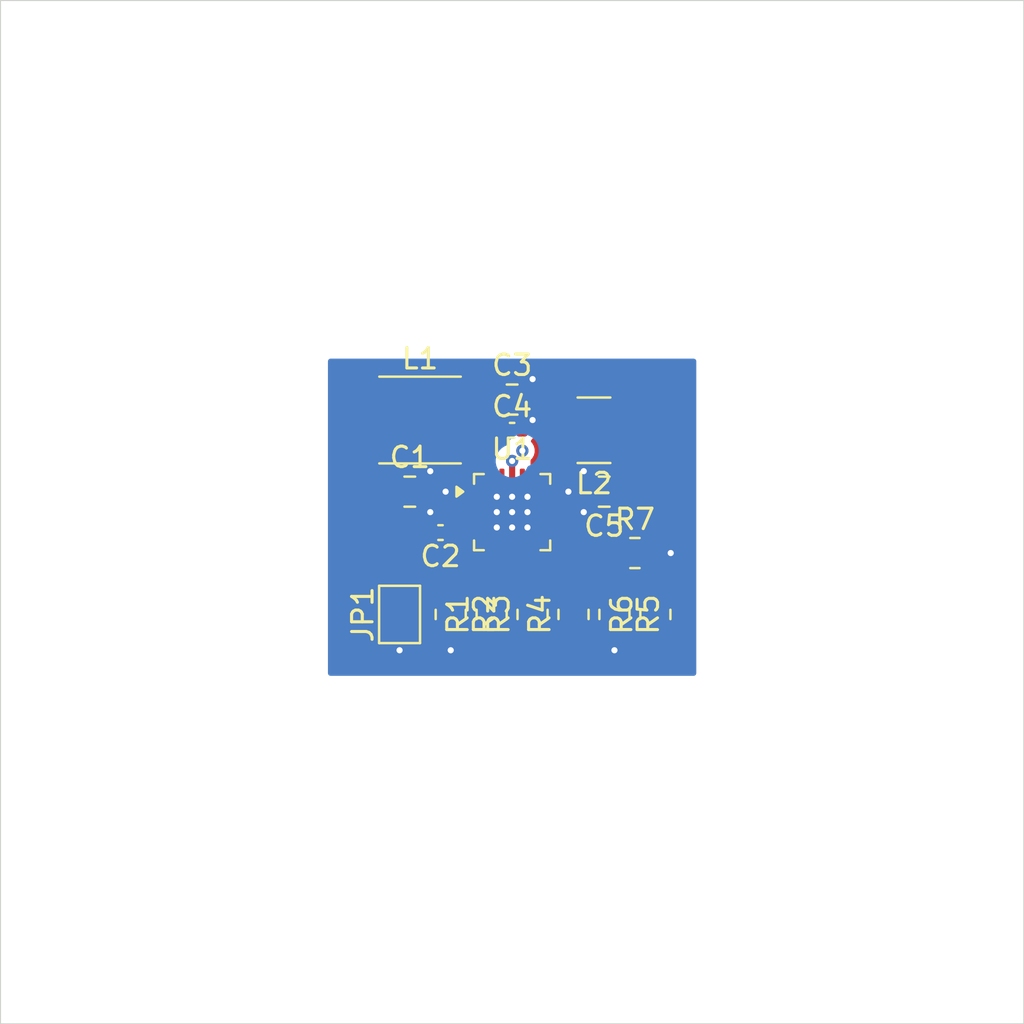
<source format=kicad_pcb>
(kicad_pcb (version 20241229) (generator "pcbnew") (generator_version "9.0")
  (layers (0 "F.Cu" signal) (2 "B.Cu" signal) (13 "F.Paste" user) (15 "B.Paste" user) (5 "F.SilkS" user "F.Silkscreen") (7 "B.SilkS" user "B.Silkscreen") (1 "F.Mask" user) (3 "B.Mask" user) (25 "Edge.Cuts" user))
  (net 0 "")
  (net 1 "GND")
  (net 2 "/SOLAR_IN")
  (net 3 "Net-(U1-VREF_SAMP)")
  (net 4 "/VSTOR")
  (net 5 "Net-(JP1-B)")
  (net 6 "Net-(U1-LBOOST)")
  (net 7 "Net-(U1-LBUCK)")
  (net 8 "/VBAT_OV")
  (net 9 "/VRDIV")
  (net 10 "/OK_HYST")
  (net 11 "/OK_PROG")
  (net 12 "/VOUT_SET")
  (net 13 "/VBAT")
  (net 16 "/VOUT")
  (footprint "Resistor_SMD:R_0805_2012Metric" (layer "F.Cu") (at 128 80 90)
    (property "Reference" "R4" (at 0 -1.65 90) (layer "F.SilkS"))
    (property "Value" "6.98M")
    (fp_line (start -0.227064 -0.735) (end 0.227064 -0.735) (stroke (width 0.12)) (layer "F.SilkS"))
    (fp_line (start -0.227064 0.735) (end 0.227064 0.735) (stroke (width 0.12)) (layer "F.SilkS"))
    (pad "1" smd roundrect (at -0.9125 0 90) (size 1.025 1.4) (layers "F.Cu" "F.Mask" "F.Paste") (roundrect_rratio 0.243902) (net 10 "/OK_HYST"))
    (pad "2" smd roundrect (at 0.9125 0 90) (size 1.025 1.4) (layers "F.Cu" "F.Mask" "F.Paste") (roundrect_rratio 0.243902) (net 11 "/OK_PROG"))
  )
  (footprint "Capacitor_SMD:C_0402_1005Metric" (layer "F.Cu") (at 121.5 76 180)
    (property "Reference" "C2" (at 0 -1.16 0) (layer "F.SilkS"))
    (property "Value" "10n")
    (fp_line (start -0.107836 0.36) (end 0.107836 0.36) (stroke (width 0.12)) (layer "F.SilkS"))
    (fp_line (start -0.107836 -0.36) (end 0.107836 -0.36) (stroke (width 0.12)) (layer "F.SilkS"))
    (pad "1" smd roundrect (at -0.48 0 180) (size 0.56 0.62) (layers "F.Cu" "F.Mask" "F.Paste") (net 3 "Net-(U1-VREF_SAMP)"))
    (pad "2" smd roundrect (at 0.48 0 180) (size 0.56 0.62) (layers "F.Cu" "F.Mask" "F.Paste") (net 1 "GND"))
  )
  (footprint "Resistor_SMD:R_0805_2012Metric" (layer "F.Cu") (at 126 80 90)
    (property "Reference" "R3" (at 0 -1.65 90) (layer "F.SilkS"))
    (property "Value" "1.2M")
    (fp_line (start -0.227064 -0.735) (end 0.227064 -0.735) (stroke (width 0.12)) (layer "F.SilkS"))
    (fp_line (start -0.227064 0.735) (end 0.227064 0.735) (stroke (width 0.12)) (layer "F.SilkS"))
    (pad "1" smd roundrect (at -0.9125 0 90) (size 1.025 1.4) (layers "F.Cu" "F.Mask" "F.Paste") (roundrect_rratio 0.243902) (net 9 "/VRDIV"))
    (pad "2" smd roundrect (at 0.9125 0 90) (size 1.025 1.4) (layers "F.Cu" "F.Mask" "F.Paste") (roundrect_rratio 0.243902) (net 10 "/OK_HYST"))
  )
  (footprint "Package_DFN_QFN:QFN-20-1EP_3.5x3.5mm_P0.5mm_EP2x2mm" (layer "F.Cu") (at 125 75)
    (property "Reference" "U1" (at 0 -3.08 0) (layer "F.SilkS"))
    (property "Value" "BQ25570")
    (fp_line (start -1.86 -1.86) (end -1.385 -1.86) (stroke (width 0.12)) (layer "F.SilkS"))
    (fp_line (start -1.86 -1.385) (end -1.86 -1.86) (stroke (width 0.12)) (layer "F.SilkS"))
    (fp_line (start -1.86 1.86) (end -1.86 1.385) (stroke (width 0.12)) (layer "F.SilkS"))
    (fp_line (start -1.385 1.86) (end -1.86 1.86) (stroke (width 0.12)) (layer "F.SilkS"))
    (fp_line (start 1.385 -1.86) (end 1.86 -1.86) (stroke (width 0.12)) (layer "F.SilkS"))
    (fp_line (start 1.86 -1.86) (end 1.86 -1.385) (stroke (width 0.12)) (layer "F.SilkS"))
    (fp_line (start 1.86 1.385) (end 1.86 1.86) (stroke (width 0.12)) (layer "F.SilkS"))
    (fp_line (start 1.86 1.86) (end 1.385 1.86) (stroke (width 0.12)) (layer "F.SilkS"))
    (fp_poly (pts (xy -2.39 -1) (xy -2.72 -0.76) (xy -2.72 -1.24)) (stroke (width 0.12)) (fill yes) (layer "F.SilkS"))
    (pad "1" smd roundrect (at -1.6875 -1) (size 0.875 0.25) (layers "F.Cu" "F.Mask" "F.Paste") (net 1 "GND"))
    (pad "2" smd roundrect (at -1.6875 -0.5) (size 0.875 0.25) (layers "F.Cu" "F.Mask" "F.Paste") (net 2 "/SOLAR_IN"))
    (pad "3" smd roundrect (at -1.6875 0) (size 0.875 0.25) (layers "F.Cu" "F.Mask" "F.Paste") (net 4 "/VSTOR"))
    (pad "4" smd roundrect (at -1.6875 0.5) (size 0.875 0.25) (layers "F.Cu" "F.Mask" "F.Paste") (net 3 "Net-(U1-VREF_SAMP)"))
    (pad "5" smd roundrect (at -1.6875 1) (size 0.875 0.25) (layers "F.Cu" "F.Mask" "F.Paste") (net 5 "Net-(JP1-B)"))
    (pad "6" smd roundrect (at -1 1.6875) (size 0.25 0.875) (layers "F.Cu" "F.Mask" "F.Paste"))
    (pad "7" smd roundrect (at -0.5 1.6875) (size 0.25 0.875) (layers "F.Cu" "F.Mask" "F.Paste") (net 8 "/VBAT_OV"))
    (pad "8" smd roundrect (at 0 1.6875) (size 0.25 0.875) (layers "F.Cu" "F.Mask" "F.Paste") (net 9 "/VRDIV"))
    (pad "9" smd roundrect (at 0.5 1.6875) (size 0.25 0.875) (layers "F.Cu" "F.Mask" "F.Paste") (net 1 "GND"))
    (pad "10" smd roundrect (at 1 1.6875) (size 0.25 0.875) (layers "F.Cu" "F.Mask" "F.Paste") (net 10 "/OK_HYST"))
    (pad "11" smd roundrect (at 1.6875 1) (size 0.875 0.25) (layers "F.Cu" "F.Mask" "F.Paste") (net 11 "/OK_PROG"))
    (pad "12" smd roundrect (at 1.6875 0.5) (size 0.875 0.25) (layers "F.Cu" "F.Mask" "F.Paste") (net 12 "/VOUT_SET"))
    (pad "13" smd roundrect (at 1.6875 0) (size 0.875 0.25) (layers "F.Cu" "F.Mask" "F.Paste"))
    (pad "14" smd roundrect (at 1.6875 -0.5) (size 0.875 0.25) (layers "F.Cu" "F.Mask" "F.Paste") (net 16 "/VOUT"))
    (pad "15" smd roundrect (at 1.6875 -1) (size 0.875 0.25) (layers "F.Cu" "F.Mask" "F.Paste") (net 1 "GND"))
    (pad "16" smd roundrect (at 1 -1.6875) (size 0.25 0.875) (layers "F.Cu" "F.Mask" "F.Paste") (net 7 "Net-(U1-LBUCK)"))
    (pad "17" smd roundrect (at 0.5 -1.6875) (size 0.25 0.875) (layers "F.Cu" "F.Mask" "F.Paste") (net 1 "GND"))
    (pad "18" smd roundrect (at 0 -1.6875) (size 0.25 0.875) (layers "F.Cu" "F.Mask" "F.Paste") (net 13 "/VBAT"))
    (pad "19" smd roundrect (at -0.5 -1.6875) (size 0.25 0.875) (layers "F.Cu" "F.Mask" "F.Paste") (net 4 "/VSTOR"))
    (pad "20" smd roundrect (at -1 -1.6875) (size 0.25 0.875) (layers "F.Cu" "F.Mask" "F.Paste") (net 6 "Net-(U1-LBOOST)"))
    (pad "21" smd rect (at 0 0) (size 2 2) (property pad_prop_heatsink) (layers "F.Cu" "F.Mask") (net 1 "GND"))
  )
  (footprint "Resistor_SMD:R_0805_2012Metric" (layer "F.Cu") (at 130 80 -90)
    (property "Reference" "R5" (at 0 -1.65 90) (layer "F.SilkS"))
    (property "Value" "4.75M")
    (fp_line (start -0.227064 0.735) (end 0.227064 0.735) (stroke (width 0.12)) (layer "F.SilkS"))
    (fp_line (start -0.227064 -0.735) (end 0.227064 -0.735) (stroke (width 0.12)) (layer "F.SilkS"))
    (pad "1" smd roundrect (at -0.9125 0 270) (size 1.025 1.4) (layers "F.Cu" "F.Mask" "F.Paste") (roundrect_rratio 0.243902) (net 11 "/OK_PROG"))
    (pad "2" smd roundrect (at 0.9125 0 270) (size 1.025 1.4) (layers "F.Cu" "F.Mask" "F.Paste") (roundrect_rratio 0.243902) (net 1 "GND"))
  )
  (footprint "Resistor_SMD:R_0805_2012Metric" (layer "F.Cu") (at 122 80 -90)
    (property "Reference" "R2" (at 0 -1.65 90) (layer "F.SilkS"))
    (property "Value" "5.76M")
    (fp_line (start -0.227064 0.735) (end 0.227064 0.735) (stroke (width 0.12)) (layer "F.SilkS"))
    (fp_line (start -0.227064 -0.735) (end 0.227064 -0.735) (stroke (width 0.12)) (layer "F.SilkS"))
    (pad "1" smd roundrect (at -0.9125 0 270) (size 1.025 1.4) (layers "F.Cu" "F.Mask" "F.Paste") (roundrect_rratio 0.243902) (net 8 "/VBAT_OV"))
    (pad "2" smd roundrect (at 0.9125 0 270) (size 1.025 1.4) (layers "F.Cu" "F.Mask" "F.Paste") (roundrect_rratio 0.243902) (net 1 "GND"))
  )
  (footprint "Inductor_SMD:L_Abracon_ASPI-3012S" (layer "F.Cu") (at 129 71)
    (property "Reference" "L2" (at 0 2.6 0) (layer "F.SilkS"))
    (property "Value" "10u")
    (fp_line (start -0.8 -1.6) (end 0.8 -1.6) (stroke (width 0.12)) (layer "F.SilkS"))
    (fp_line (start -0.8 1.6) (end 0.8 1.6) (stroke (width 0.12)) (layer "F.SilkS"))
    (pad "1" smd rect (at -1.15 0) (size 1 2.75) (layers "F.Cu" "F.Mask" "F.Paste") (net 7 "Net-(U1-LBUCK)"))
    (pad "2" smd rect (at 1.15 0) (size 1 2.75) (layers "F.Cu" "F.Mask" "F.Paste") (net 16 "/VOUT"))
  )
  (footprint "Inductor_SMD:L_Abracon_ASPI-4030S" (layer "F.Cu") (at 120.5 70.5)
    (property "Reference" "L1" (at 0 -3 0) (layer "F.SilkS"))
    (property "Value" "22u")
    (fp_line (start -1.99 -2.12) (end 1.99 -2.12) (stroke (width 0.12)) (layer "F.SilkS"))
    (fp_line (start -1.99 2.12) (end 1.99 2.12) (stroke (width 0.12)) (layer "F.SilkS"))
    (pad "1" smd roundrect (at -1.5 0) (size 1.1 3.4) (layers "F.Cu" "F.Mask" "F.Paste") (roundrect_rratio 0.1) (net 2 "/SOLAR_IN"))
    (pad "2" smd roundrect (at 1.5 0) (size 1.1 3.4) (layers "F.Cu" "F.Mask" "F.Paste") (roundrect_rratio 0.1) (net 6 "Net-(U1-LBOOST)"))
  )
  (footprint "Jumper:SolderJumper-2_P1.3mm_Open_TrianglePad1.0x1.5mm" (layer "F.Cu") (at 119.5 80 90)
    (property "Reference" "JP1" (at 0 -1.8 90) (layer "F.SilkS"))
    (property "Value" "Jumper_2_Small_Bridged")
    (fp_line (start 1.4 -1) (end 1.4 1) (stroke (width 0.12)) (layer "F.SilkS"))
    (fp_line (start -1.4 -1) (end 1.4 -1) (stroke (width 0.12)) (layer "F.SilkS"))
    (fp_line (start 1.4 1) (end -1.4 1) (stroke (width 0.12)) (layer "F.SilkS"))
    (fp_line (start -1.4 1) (end -1.4 -1) (stroke (width 0.12)) (layer "F.SilkS"))
    (pad "1" smd custom (at -0.725 0 90) (size 0.3 0.3) (layers "F.Cu" "F.Mask") (net 1 "GND") (options (clearance outline) (anchor rect)) (primitives (gr_poly (pts (xy 1 0) (xy 0.5 0.75) (xy -0.5 0.75) (xy -0.5 -0.75) (xy 0.5 -0.75)) (width 0) (fill yes))))
    (pad "2" smd custom (at 0.725 0 90) (size 0.3 0.3) (layers "F.Cu" "F.Mask") (net 5 "Net-(JP1-B)") (options (clearance outline) (anchor rect)) (primitives (gr_poly (pts (xy 0.5 0.75) (xy -0.65 0.75) (xy -0.15 0) (xy -0.65 -0.75) (xy 0.5 -0.75)) (width 0) (fill yes))))
  )
  (footprint "Resistor_SMD:R_0805_2012Metric" (layer "F.Cu") (at 131 77)
    (property "Reference" "R7" (at 0 -1.65 0) (layer "F.SilkS"))
    (property "Value" "4.22M")
    (fp_line (start -0.227064 -0.735) (end 0.227064 -0.735) (stroke (width 0.12)) (layer "F.SilkS"))
    (fp_line (start -0.227064 0.735) (end 0.227064 0.735) (stroke (width 0.12)) (layer "F.SilkS"))
    (pad "1" smd roundrect (at -0.9125 0) (size 1.025 1.4) (layers "F.Cu" "F.Mask" "F.Paste") (roundrect_rratio 0.243902) (net 12 "/VOUT_SET"))
    (pad "2" smd roundrect (at 0.9125 0) (size 1.025 1.4) (layers "F.Cu" "F.Mask" "F.Paste") (roundrect_rratio 0.243902) (net 1 "GND"))
  )
  (footprint "Resistor_SMD:R_0805_2012Metric" (layer "F.Cu") (at 124 80 90)
    (property "Reference" "R1" (at 0 -1.65 90) (layer "F.SilkS"))
    (property "Value" "7.32M")
    (fp_line (start -0.227064 -0.735) (end 0.227064 -0.735) (stroke (width 0.12)) (layer "F.SilkS"))
    (fp_line (start -0.227064 0.735) (end 0.227064 0.735) (stroke (width 0.12)) (layer "F.SilkS"))
    (pad "1" smd roundrect (at -0.9125 0 90) (size 1.025 1.4) (layers "F.Cu" "F.Mask" "F.Paste") (roundrect_rratio 0.243902) (net 9 "/VRDIV"))
    (pad "2" smd roundrect (at 0.9125 0 90) (size 1.025 1.4) (layers "F.Cu" "F.Mask" "F.Paste") (roundrect_rratio 0.243902) (net 8 "/VBAT_OV"))
  )
  (footprint "Capacitor_SMD:C_0402_1005Metric" (layer "F.Cu") (at 125 71)
    (property "Reference" "C4" (at 0 -1.16 0) (layer "F.SilkS"))
    (property "Value" "10n")
    (fp_line (start -0.107836 -0.36) (end 0.107836 -0.36) (stroke (width 0.12)) (layer "F.SilkS"))
    (fp_line (start -0.107836 0.36) (end 0.107836 0.36) (stroke (width 0.12)) (layer "F.SilkS"))
    (pad "1" smd roundrect (at -0.48 0) (size 0.56 0.62) (layers "F.Cu" "F.Mask" "F.Paste") (net 4 "/VSTOR"))
    (pad "2" smd roundrect (at 0.48 0) (size 0.56 0.62) (layers "F.Cu" "F.Mask" "F.Paste") (net 1 "GND"))
  )
  (footprint "Capacitor_SMD:C_0805_2012Metric" (layer "F.Cu") (at 129.5 74 180)
    (property "Reference" "C5" (at 0 -1.68 0) (layer "F.SilkS"))
    (property "Value" "22u")
    (fp_line (start -0.261252 0.735) (end 0.261252 0.735) (stroke (width 0.12)) (layer "F.SilkS"))
    (fp_line (start -0.261252 -0.735) (end 0.261252 -0.735) (stroke (width 0.12)) (layer "F.SilkS"))
    (pad "1" smd roundrect (at -0.95 0 180) (size 1 1.45) (layers "F.Cu" "F.Mask" "F.Paste") (net 16 "/VOUT"))
    (pad "2" smd roundrect (at 0.95 0 180) (size 1 1.45) (layers "F.Cu" "F.Mask" "F.Paste") (net 1 "GND"))
  )
  (footprint "Resistor_SMD:R_0805_2012Metric" (layer "F.Cu") (at 132 80 90)
    (property "Reference" "R6" (at 0 -1.65 90) (layer "F.SilkS"))
    (property "Value" "7.32M")
    (fp_line (start -0.227064 -0.735) (end 0.227064 -0.735) (stroke (width 0.12)) (layer "F.SilkS"))
    (fp_line (start -0.227064 0.735) (end 0.227064 0.735) (stroke (width 0.12)) (layer "F.SilkS"))
    (pad "1" smd roundrect (at -0.9125 0 90) (size 1.025 1.4) (layers "F.Cu" "F.Mask" "F.Paste") (roundrect_rratio 0.243902) (net 9 "/VRDIV"))
    (pad "2" smd roundrect (at 0.9125 0 90) (size 1.025 1.4) (layers "F.Cu" "F.Mask" "F.Paste") (roundrect_rratio 0.243902) (net 12 "/VOUT_SET"))
  )
  (footprint "Capacitor_SMD:C_0805_2012Metric" (layer "F.Cu") (at 125 69.5)
    (property "Reference" "C3" (at 0 -1.68 0) (layer "F.SilkS"))
    (property "Value" "4.7u")
    (fp_line (start -0.261252 -0.735) (end 0.261252 -0.735) (stroke (width 0.12)) (layer "F.SilkS"))
    (fp_line (start -0.261252 0.735) (end 0.261252 0.735) (stroke (width 0.12)) (layer "F.SilkS"))
    (pad "1" smd roundrect (at -0.95 0) (size 1 1.45) (layers "F.Cu" "F.Mask" "F.Paste") (net 4 "/VSTOR"))
    (pad "2" smd roundrect (at 0.95 0) (size 1 1.45) (layers "F.Cu" "F.Mask" "F.Paste") (net 1 "GND"))
  )
  (footprint "Capacitor_SMD:C_0805_2012Metric" (layer "F.Cu") (at 120 74)
    (property "Reference" "C1" (at 0 -1.68 0) (layer "F.SilkS"))
    (property "Value" "4.7u")
    (fp_line (start -0.261252 -0.735) (end 0.261252 -0.735) (stroke (width 0.12)) (layer "F.SilkS"))
    (fp_line (start -0.261252 0.735) (end 0.261252 0.735) (stroke (width 0.12)) (layer "F.SilkS"))
    (pad "1" smd roundrect (at -0.95 0) (size 1 1.45) (layers "F.Cu" "F.Mask" "F.Paste") (net 2 "/SOLAR_IN"))
    (pad "2" smd roundrect (at 0.95 0) (size 1 1.45) (layers "F.Cu" "F.Mask" "F.Paste") (net 1 "GND"))
  )
  (gr_rect (start 100 50) (end 150 100) (stroke (width 0.05)) (fill no) (layer "Edge.Cuts"))
  (segment (start 132.75 77) (end 131.9125 77) (width 0.5) (layer "F.Cu") (net 1))
  (segment (start 126 68.5) (end 126 70.5) (width 0.5) (layer "F.Cu") (net 1))
  (segment (start 122 81.75) (end 122 80.9125) (width 0.5) (layer "F.Cu") (net 1))
  (segment (start 125.5 71) (end 126 70.5) (width 0.5) (layer "F.Cu") (net 1))
  (segment (start 119.5 81.75) (end 119.5 80.725) (width 0.3) (layer "F.Cu") (net 1))
  (segment (start 130 81.75) (end 130 80.9125) (width 0.5) (layer "F.Cu") (net 1))
  (segment (start 125.48 71) (end 125.5 71) (width 0.5) (layer "F.Cu") (net 1))
  (via (at 121 75) (size 0.6) (drill 0.3) (layers "F.Cu" "B.Cu") (net 1))
  (via (at 132.75 77) (size 0.6) (drill 0.3) (layers "F.Cu" "B.Cu") (net 1))
  (via (at 125 75) (size 0.6) (drill 0.3) (layers "F.Cu" "B.Cu") (net 1))
  (via (at 125.75 75.75) (size 0.6) (drill 0.3) (layers "F.Cu" "B.Cu") (net 1))
  (via (at 124.25 75.75) (size 0.6) (drill 0.3) (layers "F.Cu" "B.Cu") (net 1))
  (via (at 126 70.5) (size 0.6) (drill 0.3) (layers "F.Cu" "B.Cu") (net 1))
  (via (at 125.75 75) (size 0.6) (drill 0.3) (layers "F.Cu" "B.Cu") (net 1))
  (via (at 128.5 73) (size 0.6) (drill 0.3) (layers "F.Cu" "B.Cu") (net 1))
  (via (at 124.25 74.25) (size 0.6) (drill 0.3) (layers "F.Cu" "B.Cu") (net 1))
  (via (at 125.75 74.25) (size 0.6) (drill 0.3) (layers "F.Cu" "B.Cu") (net 1))
  (via (at 128.5 75) (size 0.6) (drill 0.3) (layers "F.Cu" "B.Cu") (net 1))
  (via (at 125 75.75) (size 0.6) (drill 0.3) (layers "F.Cu" "B.Cu") (net 1))
  (via (at 122 81.75) (size 0.6) (drill 0.3) (layers "F.Cu" "B.Cu") (net 1))
  (via (at 125 74.25) (size 0.6) (drill 0.3) (layers "F.Cu" "B.Cu") (net 1))
  (via (at 119.5 81.75) (size 0.6) (drill 0.3) (layers "F.Cu" "B.Cu") (net 1))
  (via (at 124.25 75) (size 0.6) (drill 0.3) (layers "F.Cu" "B.Cu") (net 1))
  (via (at 127.75 74) (size 0.6) (drill 0.3) (layers "F.Cu" "B.Cu") (net 1))
  (via (at 121.75 74) (size 0.6) (drill 0.3) (layers "F.Cu" "B.Cu") (net 1))
  (via (at 130 81.75) (size 0.6) (drill 0.3) (layers "F.Cu" "B.Cu") (net 1))
  (via (at 126 68.5) (size 0.6) (drill 0.3) (layers "F.Cu" "B.Cu") (net 1))
  (via (at 121 73) (size 0.6) (drill 0.3) (layers "F.Cu" "B.Cu") (net 1))
  (segment (start 119 70.5) (end 119 73.95) (width 0.5) (layer "F.Cu") (net 2))
  (segment (start 119 73.95) (end 119.05 74) (width 0.5) (layer "F.Cu") (net 2))
  (segment (start 124.05 69.5) (end 124.05 70.53) (width 0.5) (layer "F.Cu") (net 4))
  (segment (start 124.05 70.53) (end 124.52 71) (width 0.5) (layer "F.Cu") (net 4))
  (segment (start 124.5 76.6875) (end 124.5 78.5875) (width 0.15) (layer "F.Cu") (net 8))
  (segment (start 122 79.0875) (end 124 79.0875) (width 0.15) (layer "F.Cu") (net 8))
  (segment (start 124.5 78.5875) (end 124 79.0875) (width 0.15) (layer "F.Cu") (net 8))
  (segment (start 127.5875 82.5) (end 126 80.9125) (width 0.15) (layer "F.Cu") (net 9))
  (segment (start 130.4125 82.5) (end 127.5875 82.5) (width 0.15) (layer "F.Cu") (net 9))
  (segment (start 124.9125 80) (end 125 80) (width 0.15) (layer "F.Cu") (net 9))
  (segment (start 132 80.9125) (end 130.4125 82.5) (width 0.15) (layer "F.Cu") (net 9))
  (segment (start 125 76.6875) (end 125 80) (width 0.15) (layer "F.Cu") (net 9))
  (segment (start 125.0875 80) (end 126 80.9125) (width 0.15) (layer "F.Cu") (net 9))
  (segment (start 125 80) (end 125.0875 80) (width 0.15) (layer "F.Cu") (net 9))
  (segment (start 124 80.9125) (end 124.9125 80) (width 0.15) (layer "F.Cu") (net 9))
  (segment (start 126 79.0875) (end 126.175 79.0875) (width 0.15) (layer "F.Cu") (net 10))
  (segment (start 126 76.6875) (end 126 79.0875) (width 0.15) (layer "F.Cu") (net 10))
  (segment (start 126.175 79.0875) (end 128 80.9125) (width 0.15) (layer "F.Cu") (net 10))
  (segment (start 130 79.0875) (end 128 79.0875) (width 0.15) (layer "F.Cu") (net 11))
  (segment (start 128 78) (end 126.6875 76.6875) (width 0.15) (layer "F.Cu") (net 11))
  (segment (start 128 79.0875) (end 128 78) (width 0.15) (layer "F.Cu") (net 11))
  (segment (start 126.6875 76.6875) (end 126.6875 76) (width 0.15) (layer "F.Cu") (net 11))
  (segment (start 129 77) (end 130.0875 77) (width 0.15) (layer "F.Cu") (net 12))
  (segment (start 130.0875 77.175) (end 132 79.0875) (width 0.15) (layer "F.Cu") (net 12))
  (segment (start 127.5 75.5) (end 129 77) (width 0.15) (layer "F.Cu") (net 12))
  (segment (start 126.6875 75.5) (end 127.5 75.5) (width 0.15) (layer "F.Cu") (net 12))
  (segment (start 130.0875 77) (end 130.0875 77.175) (width 0.15) (layer "F.Cu") (net 12))
  (segment (start 125 73.3125) (end 125 72.5) (width 0.3) (layer "F.Cu") (net 13))
  (via (at 125.5 72) (size 0.6) (drill 0.3) (layers "F.Cu" "B.Cu") (net 13))
  (via (at 125 72.5) (size 0.6) (drill 0.3) (layers "F.Cu" "B.Cu") (net 13))
  (segment (start 130.15 71) (end 130.15 73.7) (width 0.5) (layer "F.Cu") (net 16))
  (segment (start 130.15 73.7) (end 130.45 74) (width 0.5) (layer "F.Cu") (net 16))
  (zone (net 6) (net_name "Net-(U1-LBOOST)") (layer "F.Cu") (priority 1) (connect_pads yes (clearance 0.3)) (min_thickness 0.15) (fill yes (thermal_gap 0.3) (thermal_bridge_width 0.3))
    (polygon (pts (xy 124.1 73.7) (xy 124.1 71.5) (xy 122.9 70.3) (xy 122.9 68.7) (xy 121.3 68.7) (xy 121.3 72.2) (xy 122.8 73.7)))
  )
  (zone (net 7) (net_name "Net-(U1-LBUCK)") (layer "F.Cu") (priority 1) (connect_pads yes (clearance 0.3)) (min_thickness 0.15) (fill yes (thermal_gap 0.3) (thermal_bridge_width 0.3))
    (polygon (pts (xy 125.9 73.7) (xy 125.9 71.5) (xy 127.2 70.2) (xy 127.2 69.5) (xy 128.5 69.5) (xy 128.5 72.5) (xy 128 72.5) (xy 126.8 73.7)))
  )
  (zone (net 1) (net_name "GND") (layer "B.Cu") (connect_pads (clearance 0.5)) (min_thickness 0.25) (fill yes (thermal_gap 0.3) (thermal_bridge_width 0.3))
    (polygon (pts (xy 134 83) (xy 116 83) (xy 116 67.5) (xy 134 67.5)))
  )
)
</source>
